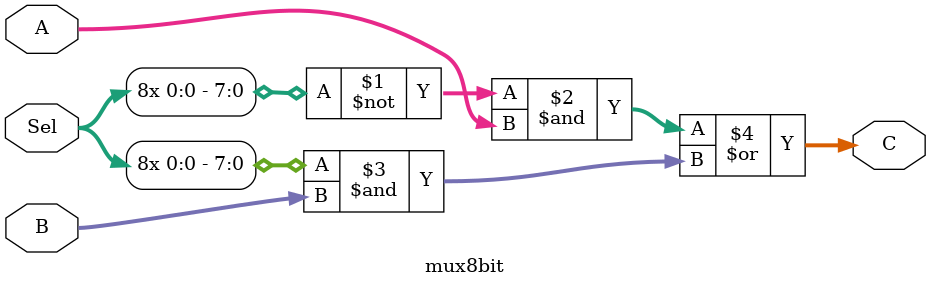
<source format=v>
module mux8bit
  (input [7:0] A
  ,input [7:0] B
  ,input Sel
  ,output [7:0] C);

assign C = (~{8{Sel}}&A)|({8{Sel}}&B);

endmodule



</source>
